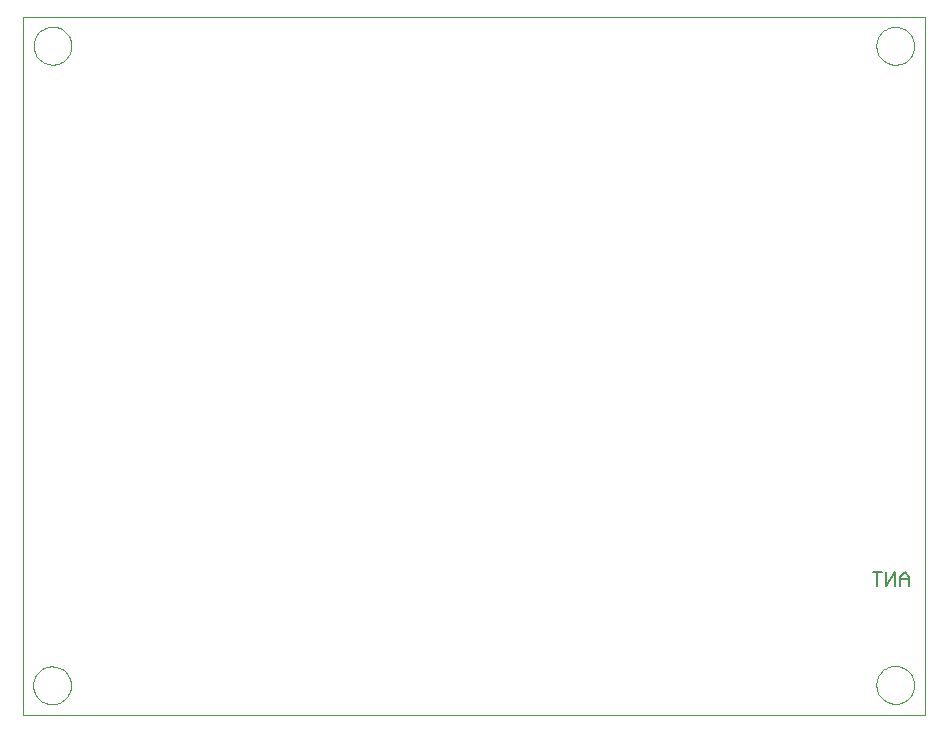
<source format=gbo>
G75*
%MOIN*%
%OFA0B0*%
%FSLAX24Y24*%
%IPPOS*%
%LPD*%
%AMOC8*
5,1,8,0,0,1.08239X$1,22.5*
%
%ADD10C,0.0000*%
%ADD11C,0.0050*%
D10*
X001445Y001401D02*
X031517Y001402D01*
X031522Y024643D01*
X001457Y024645D01*
X001445Y001401D01*
X001796Y002375D02*
X001798Y002425D01*
X001804Y002475D01*
X001814Y002524D01*
X001828Y002572D01*
X001845Y002619D01*
X001866Y002664D01*
X001891Y002708D01*
X001919Y002749D01*
X001951Y002788D01*
X001985Y002825D01*
X002022Y002859D01*
X002062Y002889D01*
X002104Y002916D01*
X002148Y002940D01*
X002194Y002961D01*
X002241Y002977D01*
X002289Y002990D01*
X002339Y002999D01*
X002388Y003004D01*
X002439Y003005D01*
X002489Y003002D01*
X002538Y002995D01*
X002587Y002984D01*
X002635Y002969D01*
X002681Y002951D01*
X002726Y002929D01*
X002769Y002903D01*
X002810Y002874D01*
X002849Y002842D01*
X002885Y002807D01*
X002917Y002769D01*
X002947Y002729D01*
X002974Y002686D01*
X002997Y002642D01*
X003016Y002596D01*
X003032Y002548D01*
X003044Y002499D01*
X003052Y002450D01*
X003056Y002400D01*
X003056Y002350D01*
X003052Y002300D01*
X003044Y002251D01*
X003032Y002202D01*
X003016Y002154D01*
X002997Y002108D01*
X002974Y002064D01*
X002947Y002021D01*
X002917Y001981D01*
X002885Y001943D01*
X002849Y001908D01*
X002810Y001876D01*
X002769Y001847D01*
X002726Y001821D01*
X002681Y001799D01*
X002635Y001781D01*
X002587Y001766D01*
X002538Y001755D01*
X002489Y001748D01*
X002439Y001745D01*
X002388Y001746D01*
X002339Y001751D01*
X002289Y001760D01*
X002241Y001773D01*
X002194Y001789D01*
X002148Y001810D01*
X002104Y001834D01*
X002062Y001861D01*
X002022Y001891D01*
X001985Y001925D01*
X001951Y001962D01*
X001919Y002001D01*
X001891Y002042D01*
X001866Y002086D01*
X001845Y002131D01*
X001828Y002178D01*
X001814Y002226D01*
X001804Y002275D01*
X001798Y002325D01*
X001796Y002375D01*
X001813Y023694D02*
X001815Y023744D01*
X001821Y023794D01*
X001831Y023843D01*
X001845Y023891D01*
X001862Y023938D01*
X001883Y023983D01*
X001908Y024027D01*
X001936Y024068D01*
X001968Y024107D01*
X002002Y024144D01*
X002039Y024178D01*
X002079Y024208D01*
X002121Y024235D01*
X002165Y024259D01*
X002211Y024280D01*
X002258Y024296D01*
X002306Y024309D01*
X002356Y024318D01*
X002405Y024323D01*
X002456Y024324D01*
X002506Y024321D01*
X002555Y024314D01*
X002604Y024303D01*
X002652Y024288D01*
X002698Y024270D01*
X002743Y024248D01*
X002786Y024222D01*
X002827Y024193D01*
X002866Y024161D01*
X002902Y024126D01*
X002934Y024088D01*
X002964Y024048D01*
X002991Y024005D01*
X003014Y023961D01*
X003033Y023915D01*
X003049Y023867D01*
X003061Y023818D01*
X003069Y023769D01*
X003073Y023719D01*
X003073Y023669D01*
X003069Y023619D01*
X003061Y023570D01*
X003049Y023521D01*
X003033Y023473D01*
X003014Y023427D01*
X002991Y023383D01*
X002964Y023340D01*
X002934Y023300D01*
X002902Y023262D01*
X002866Y023227D01*
X002827Y023195D01*
X002786Y023166D01*
X002743Y023140D01*
X002698Y023118D01*
X002652Y023100D01*
X002604Y023085D01*
X002555Y023074D01*
X002506Y023067D01*
X002456Y023064D01*
X002405Y023065D01*
X002356Y023070D01*
X002306Y023079D01*
X002258Y023092D01*
X002211Y023108D01*
X002165Y023129D01*
X002121Y023153D01*
X002079Y023180D01*
X002039Y023210D01*
X002002Y023244D01*
X001968Y023281D01*
X001936Y023320D01*
X001908Y023361D01*
X001883Y023405D01*
X001862Y023450D01*
X001845Y023497D01*
X001831Y023545D01*
X001821Y023594D01*
X001815Y023644D01*
X001813Y023694D01*
X029905Y023690D02*
X029907Y023740D01*
X029913Y023790D01*
X029923Y023839D01*
X029937Y023887D01*
X029954Y023934D01*
X029975Y023979D01*
X030000Y024023D01*
X030028Y024064D01*
X030060Y024103D01*
X030094Y024140D01*
X030131Y024174D01*
X030171Y024204D01*
X030213Y024231D01*
X030257Y024255D01*
X030303Y024276D01*
X030350Y024292D01*
X030398Y024305D01*
X030448Y024314D01*
X030497Y024319D01*
X030548Y024320D01*
X030598Y024317D01*
X030647Y024310D01*
X030696Y024299D01*
X030744Y024284D01*
X030790Y024266D01*
X030835Y024244D01*
X030878Y024218D01*
X030919Y024189D01*
X030958Y024157D01*
X030994Y024122D01*
X031026Y024084D01*
X031056Y024044D01*
X031083Y024001D01*
X031106Y023957D01*
X031125Y023911D01*
X031141Y023863D01*
X031153Y023814D01*
X031161Y023765D01*
X031165Y023715D01*
X031165Y023665D01*
X031161Y023615D01*
X031153Y023566D01*
X031141Y023517D01*
X031125Y023469D01*
X031106Y023423D01*
X031083Y023379D01*
X031056Y023336D01*
X031026Y023296D01*
X030994Y023258D01*
X030958Y023223D01*
X030919Y023191D01*
X030878Y023162D01*
X030835Y023136D01*
X030790Y023114D01*
X030744Y023096D01*
X030696Y023081D01*
X030647Y023070D01*
X030598Y023063D01*
X030548Y023060D01*
X030497Y023061D01*
X030448Y023066D01*
X030398Y023075D01*
X030350Y023088D01*
X030303Y023104D01*
X030257Y023125D01*
X030213Y023149D01*
X030171Y023176D01*
X030131Y023206D01*
X030094Y023240D01*
X030060Y023277D01*
X030028Y023316D01*
X030000Y023357D01*
X029975Y023401D01*
X029954Y023446D01*
X029937Y023493D01*
X029923Y023541D01*
X029913Y023590D01*
X029907Y023640D01*
X029905Y023690D01*
X029902Y002389D02*
X029904Y002439D01*
X029910Y002489D01*
X029920Y002538D01*
X029934Y002586D01*
X029951Y002633D01*
X029972Y002678D01*
X029997Y002722D01*
X030025Y002763D01*
X030057Y002802D01*
X030091Y002839D01*
X030128Y002873D01*
X030168Y002903D01*
X030210Y002930D01*
X030254Y002954D01*
X030300Y002975D01*
X030347Y002991D01*
X030395Y003004D01*
X030445Y003013D01*
X030494Y003018D01*
X030545Y003019D01*
X030595Y003016D01*
X030644Y003009D01*
X030693Y002998D01*
X030741Y002983D01*
X030787Y002965D01*
X030832Y002943D01*
X030875Y002917D01*
X030916Y002888D01*
X030955Y002856D01*
X030991Y002821D01*
X031023Y002783D01*
X031053Y002743D01*
X031080Y002700D01*
X031103Y002656D01*
X031122Y002610D01*
X031138Y002562D01*
X031150Y002513D01*
X031158Y002464D01*
X031162Y002414D01*
X031162Y002364D01*
X031158Y002314D01*
X031150Y002265D01*
X031138Y002216D01*
X031122Y002168D01*
X031103Y002122D01*
X031080Y002078D01*
X031053Y002035D01*
X031023Y001995D01*
X030991Y001957D01*
X030955Y001922D01*
X030916Y001890D01*
X030875Y001861D01*
X030832Y001835D01*
X030787Y001813D01*
X030741Y001795D01*
X030693Y001780D01*
X030644Y001769D01*
X030595Y001762D01*
X030545Y001759D01*
X030494Y001760D01*
X030445Y001765D01*
X030395Y001774D01*
X030347Y001787D01*
X030300Y001803D01*
X030254Y001824D01*
X030210Y001848D01*
X030168Y001875D01*
X030128Y001905D01*
X030091Y001939D01*
X030057Y001976D01*
X030025Y002015D01*
X029997Y002056D01*
X029972Y002100D01*
X029951Y002145D01*
X029934Y002192D01*
X029920Y002240D01*
X029910Y002289D01*
X029904Y002339D01*
X029902Y002389D01*
D11*
X029932Y005700D02*
X029932Y006150D01*
X030082Y006150D02*
X029782Y006150D01*
X030242Y006150D02*
X030242Y005700D01*
X030542Y006150D01*
X030542Y005700D01*
X030702Y005700D02*
X030702Y006000D01*
X030852Y006150D01*
X031003Y006000D01*
X031003Y005700D01*
X031003Y005925D02*
X030702Y005925D01*
M02*

</source>
